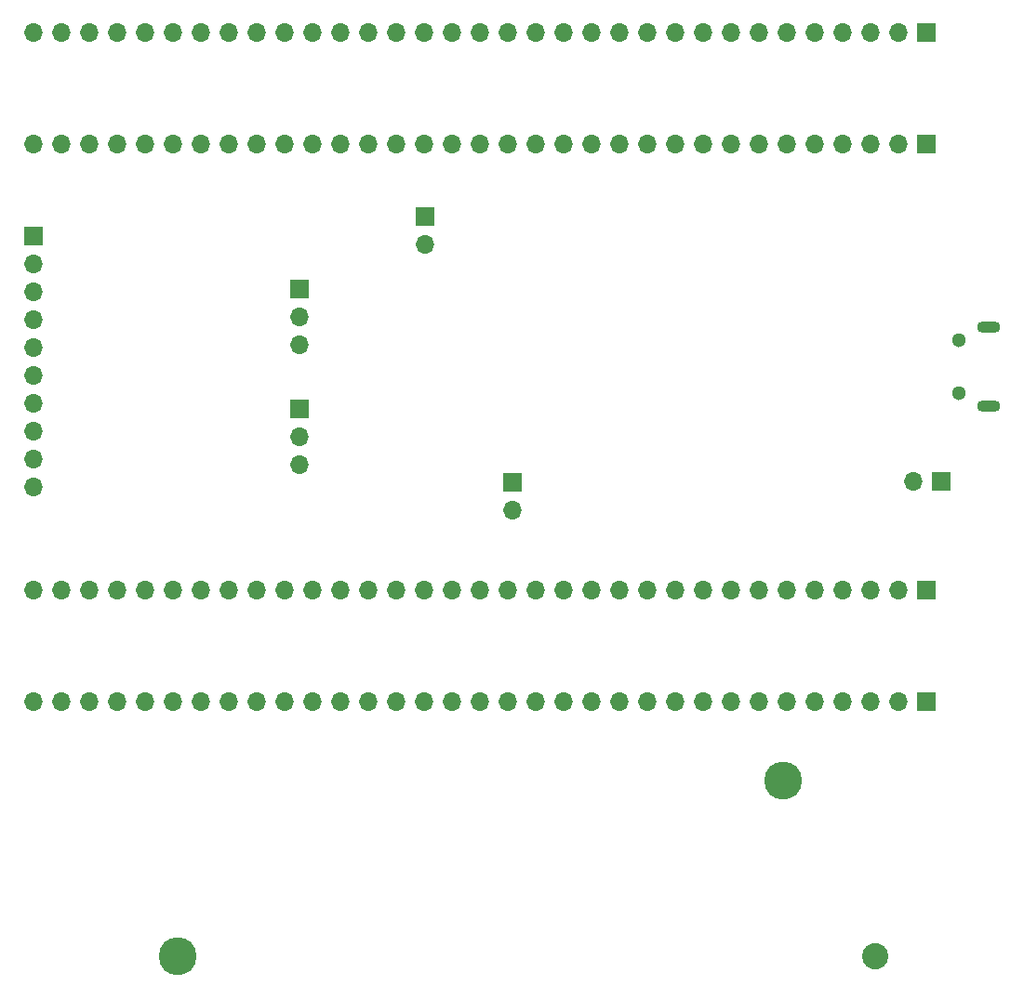
<source format=gbs>
G04 #@! TF.GenerationSoftware,KiCad,Pcbnew,6.0.4*
G04 #@! TF.CreationDate,2022-04-09T16:32:54+02:00*
G04 #@! TF.ProjectId,main,6d61696e-2e6b-4696-9361-645f70636258,rev?*
G04 #@! TF.SameCoordinates,Original*
G04 #@! TF.FileFunction,Soldermask,Bot*
G04 #@! TF.FilePolarity,Negative*
%FSLAX46Y46*%
G04 Gerber Fmt 4.6, Leading zero omitted, Abs format (unit mm)*
G04 Created by KiCad (PCBNEW 6.0.4) date 2022-04-09 16:32:54*
%MOMM*%
%LPD*%
G01*
G04 APERTURE LIST*
%ADD10R,1.700000X1.700000*%
%ADD11O,1.700000X1.700000*%
%ADD12C,2.390000*%
%ADD13C,3.450000*%
%ADD14O,2.140000X1.070000*%
%ADD15C,1.300000*%
G04 APERTURE END LIST*
D10*
X112522000Y-92217000D03*
D11*
X112522000Y-94757000D03*
X112522000Y-97297000D03*
D10*
X170947000Y-109728000D03*
D11*
X168407000Y-109728000D03*
D12*
X164930000Y-153000000D03*
D13*
X156600000Y-137000000D03*
X101400000Y-153000000D03*
D11*
X88345000Y-79027000D03*
X90885000Y-79027000D03*
X93425000Y-79027000D03*
X95965000Y-79027000D03*
X98505000Y-79027000D03*
X101045000Y-79027000D03*
X103585000Y-79027000D03*
X106125000Y-79027000D03*
X108665000Y-79027000D03*
X111205000Y-79027000D03*
X113745000Y-79027000D03*
X116285000Y-79027000D03*
X118825000Y-79027000D03*
X121365000Y-79027000D03*
X123905000Y-79027000D03*
X126445000Y-79027000D03*
X128985000Y-79027000D03*
X131525000Y-79027000D03*
X134065000Y-79027000D03*
X136605000Y-79027000D03*
X139145000Y-79027000D03*
X141685000Y-79027000D03*
X144225000Y-79027000D03*
X146765000Y-79027000D03*
X149305000Y-79027000D03*
X151845000Y-79027000D03*
X154385000Y-79027000D03*
X156925000Y-79027000D03*
X159465000Y-79027000D03*
X162005000Y-79027000D03*
X164545000Y-79027000D03*
X167085000Y-79027000D03*
D10*
X169625000Y-79027000D03*
X169625000Y-68867000D03*
D11*
X167085000Y-68867000D03*
X164545000Y-68867000D03*
X162005000Y-68867000D03*
X159465000Y-68867000D03*
X156925000Y-68867000D03*
X154385000Y-68867000D03*
X151845000Y-68867000D03*
X149305000Y-68867000D03*
X146765000Y-68867000D03*
X144225000Y-68867000D03*
X141685000Y-68867000D03*
X139145000Y-68867000D03*
X136605000Y-68867000D03*
X134065000Y-68867000D03*
X131525000Y-68867000D03*
X128985000Y-68867000D03*
X126445000Y-68867000D03*
X123905000Y-68867000D03*
X121365000Y-68867000D03*
X118825000Y-68867000D03*
X116285000Y-68867000D03*
X113745000Y-68867000D03*
X111205000Y-68867000D03*
X108665000Y-68867000D03*
X106125000Y-68867000D03*
X103585000Y-68867000D03*
X101045000Y-68867000D03*
X98505000Y-68867000D03*
X95965000Y-68867000D03*
X93425000Y-68867000D03*
X90885000Y-68867000D03*
X88345000Y-68867000D03*
D10*
X123952000Y-85593000D03*
D11*
X123952000Y-88133000D03*
D10*
X131890000Y-109820000D03*
D11*
X131890000Y-112360000D03*
D10*
X169625000Y-129827000D03*
D11*
X167085000Y-129827000D03*
X164545000Y-129827000D03*
X162005000Y-129827000D03*
X159465000Y-129827000D03*
X156925000Y-129827000D03*
X154385000Y-129827000D03*
X151845000Y-129827000D03*
X149305000Y-129827000D03*
X146765000Y-129827000D03*
X144225000Y-129827000D03*
X141685000Y-129827000D03*
X139145000Y-129827000D03*
X136605000Y-129827000D03*
X134065000Y-129827000D03*
X131525000Y-129827000D03*
X128985000Y-129827000D03*
X126445000Y-129827000D03*
X123905000Y-129827000D03*
X121365000Y-129827000D03*
X118825000Y-129827000D03*
X116285000Y-129827000D03*
X113745000Y-129827000D03*
X111205000Y-129827000D03*
X108665000Y-129827000D03*
X106125000Y-129827000D03*
X103585000Y-129827000D03*
X101045000Y-129827000D03*
X98505000Y-129827000D03*
X95965000Y-129827000D03*
X93425000Y-129827000D03*
X90885000Y-129827000D03*
X88345000Y-129827000D03*
X88345000Y-119667000D03*
X90885000Y-119667000D03*
X93425000Y-119667000D03*
X95965000Y-119667000D03*
X98505000Y-119667000D03*
X101045000Y-119667000D03*
X103585000Y-119667000D03*
X106125000Y-119667000D03*
X108665000Y-119667000D03*
X111205000Y-119667000D03*
X113745000Y-119667000D03*
X116285000Y-119667000D03*
X118825000Y-119667000D03*
X121365000Y-119667000D03*
X123905000Y-119667000D03*
X126445000Y-119667000D03*
X128985000Y-119667000D03*
X131525000Y-119667000D03*
X134065000Y-119667000D03*
X136605000Y-119667000D03*
X139145000Y-119667000D03*
X141685000Y-119667000D03*
X144225000Y-119667000D03*
X146765000Y-119667000D03*
X149305000Y-119667000D03*
X151845000Y-119667000D03*
X154385000Y-119667000D03*
X156925000Y-119667000D03*
X159465000Y-119667000D03*
X162005000Y-119667000D03*
X164545000Y-119667000D03*
X167085000Y-119667000D03*
D10*
X169625000Y-119667000D03*
D14*
X175250000Y-102873250D03*
D15*
X172600000Y-101698250D03*
X172600000Y-96848250D03*
D14*
X175250000Y-95673250D03*
D10*
X88340000Y-87390000D03*
D11*
X88340000Y-89930000D03*
X88340000Y-92470000D03*
X88340000Y-95010000D03*
X88340000Y-97550000D03*
X88340000Y-100090000D03*
X88340000Y-102630000D03*
X88340000Y-105170000D03*
X88340000Y-107710000D03*
X88340000Y-110250000D03*
D10*
X112522000Y-103124000D03*
D11*
X112522000Y-105664000D03*
X112522000Y-108204000D03*
M02*

</source>
